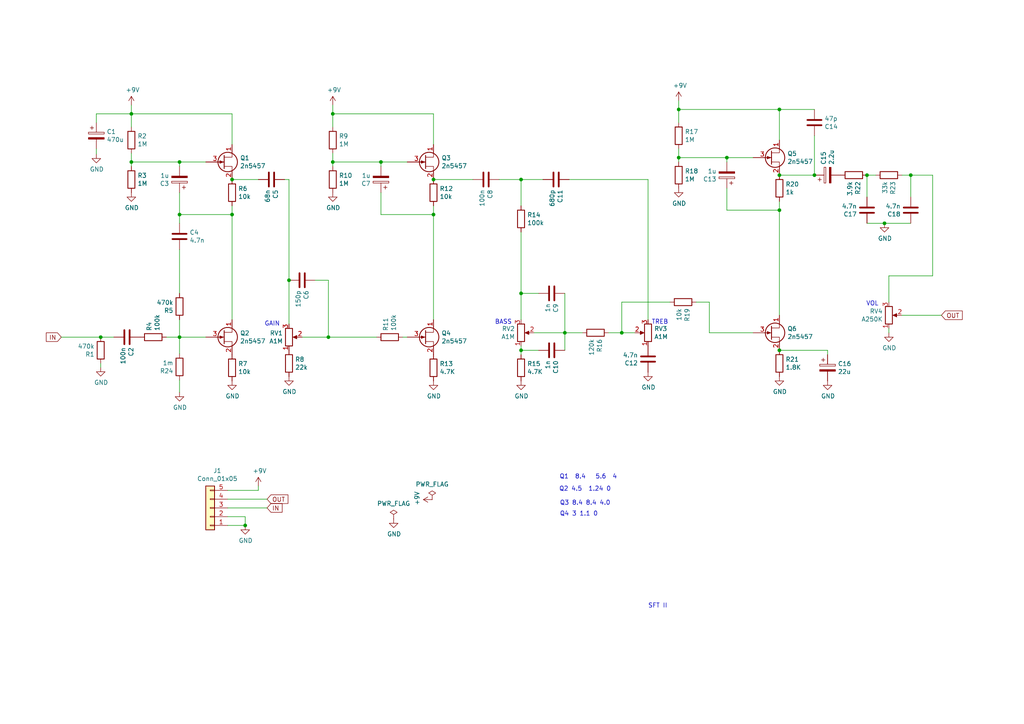
<source format=kicad_sch>
(kicad_sch (version 20230121) (generator eeschema)
  (paper "A4")
  (lib_symbols
    (symbol "Connector_Generic:Conn_01x05" (pin_names (offset 1.016) hide)
      (property "Reference" "J" (at 0 7.62 0))
      (property "Value" "Conn_01x05" (at 0 -7.62 0))
      (symbol "Conn_01x05_1_1"
        (rectangle (start -1.27 -4.953) (end 0 -5.207) (stroke (width 0.1524)))
        (rectangle (start -1.27 -2.413) (end 0 -2.667) (stroke (width 0.1524)))
        (rectangle (start -1.27 0.127) (end 0 -0.127) (stroke (width 0.1524)))
        (rectangle (start -1.27 2.667) (end 0 2.413) (stroke (width 0.1524)))
        (rectangle (start -1.27 5.207) (end 0 4.953) (stroke (width 0.1524)))
        (rectangle (start -1.27 6.35) (end 1.27 -6.35) (stroke (width 0.254)) (fill (type background)))
        (pin passive line (at -5.08 5.08 0) (length 3.81) (name "Pin_1") (number "1"))
        (pin passive line (at -5.08 2.54 0) (length 3.81) (name "Pin_2") (number "2"))
        (pin passive line (at -5.08 0 0) (length 3.81) (name "Pin_3") (number "3"))
        (pin passive line (at -5.08 -2.54 0) (length 3.81) (name "Pin_4") (number "4"))
        (pin passive line (at -5.08 -5.08 0) (length 3.81) (name "Pin_5") (number "5"))
      )
    )
    (symbol "Device:C" (pin_numbers hide) (pin_names (offset 0.254))
      (property "Reference" "C" (at 0.635 2.54 0))
      (property "Value" "C" (at 0.635 -2.54 0))
      (symbol "C_0_1"
        (polyline (pts (xy -2.032 -0.762) (xy 2.032 -0.762)) (stroke (width 0.508)))
        (polyline (pts (xy -2.032 0.762) (xy 2.032 0.762)) (stroke (width 0.508)))
      )
      (symbol "C_1_1"
        (pin passive line (at 0 3.81 270) (length 2.794) (name "~") (number "1"))
        (pin passive line (at 0 -3.81 90) (length 2.794) (name "~") (number "2"))
      )
    )
    (symbol "Device:CP" (pin_numbers hide) (pin_names (offset 0.254))
      (property "Reference" "C" (at 0.635 2.54 0))
      (property "Value" "Device_CP" (at 0.635 -2.54 0))
      (symbol "CP_0_1"
        (rectangle (start -2.286 0.508) (end 2.286 1.016))
        (polyline (pts (xy -1.778 2.286) (xy -0.762 2.286)))
        (polyline (pts (xy -1.27 2.794) (xy -1.27 1.778)))
        (rectangle (start 2.286 -0.508) (end -2.286 -1.016) (fill (type outline)))
      )
      (symbol "CP_1_1"
        (pin passive line (at 0 3.81 270) (length 2.794) (name "~") (number "1"))
        (pin passive line (at 0 -3.81 90) (length 2.794) (name "~") (number "2"))
      )
    )
    (symbol "Device:Q_NJFET_DSG" (pin_names (offset 0) hide)
      (property "Reference" "Q" (at 5.08 1.27 0))
      (property "Value" "Q_NJFET_DSG" (at 5.08 -1.27 0))
      (symbol "Q_NJFET_DSG_0_1"
        (polyline (pts (xy 0.254 1.905) (xy 0.254 -1.905) (xy 0.254 -1.905)) (stroke (width 0.254)))
        (polyline (pts (xy 2.54 -2.54) (xy 2.54 -1.27) (xy 0.254 -1.27)))
        (polyline (pts (xy 2.54 2.54) (xy 2.54 1.397) (xy 0.254 1.397)))
        (polyline (pts (xy 0 0) (xy -1.016 0.381) (xy -1.016 -0.381) (xy 0 0)) (fill (type outline)))
        (circle (center 1.27 0) (radius 2.8194) (stroke (width 0.254)))
      )
      (symbol "Q_NJFET_DSG_1_1"
        (pin passive line (at 2.54 5.08 270) (length 2.54) (name "D") (number "1"))
        (pin passive line (at 2.54 -5.08 90) (length 2.54) (name "S") (number "2"))
        (pin input line (at -5.08 0 0) (length 5.334) (name "G") (number "3"))
      )
    )
    (symbol "Device:R" (pin_numbers hide) (pin_names (offset 0))
      (property "Reference" "R" (at 2.032 0 90))
      (property "Value" "R" (at 0 0 90))
      (symbol "R_0_1"
        (rectangle (start -1.016 -2.54) (end 1.016 2.54) (stroke (width 0.254)))
      )
      (symbol "R_1_1"
        (pin passive line (at 0 3.81 270) (length 1.27) (name "~") (number "1"))
        (pin passive line (at 0 -3.81 90) (length 1.27) (name "~") (number "2"))
      )
    )
    (symbol "Device:R_POT" (pin_names (offset 1.016) hide)
      (property "Reference" "RV" (at -4.445 0 90))
      (property "Value" "Device_R_POT" (at -2.54 0 90))
      (symbol "R_POT_0_1"
        (polyline (pts (xy 2.54 0) (xy 1.524 0)))
        (polyline (pts (xy 1.143 0) (xy 2.286 0.508) (xy 2.286 -0.508) (xy 1.143 0)) (fill (type outline)))
        (rectangle (start 1.016 2.54) (end -1.016 -2.54) (stroke (width 0.254)))
      )
      (symbol "R_POT_1_1"
        (pin passive line (at 0 3.81 270) (length 1.27) (name "1") (number "1"))
        (pin passive line (at 3.81 0 180) (length 1.27) (name "2") (number "2"))
        (pin passive line (at 0 -3.81 90) (length 1.27) (name "3") (number "3"))
      )
    )
    (symbol "power:+9V" (power) (pin_names (offset 0))
      (property "Value" "+9V" (at 0 3.556 0))
      (symbol "+9V_0_1"
        (polyline (pts (xy -0.762 1.27) (xy 0 2.54)))
        (polyline (pts (xy 0 0) (xy 0 2.54)))
        (polyline (pts (xy 0 2.54) (xy 0.762 1.27)))
      )
      (symbol "+9V_1_1"
        (pin power_in line (at 0 0 90) (length 0) hide (name "+9V") (number "1"))
      )
    )
    (symbol "power:GND" (power) (pin_names (offset 0))
      (property "Value" "GND" (at 0 -3.81 0))
      (symbol "GND_0_1"
        (polyline (pts (xy 0 0) (xy 0 -1.27) (xy 1.27 -1.27) (xy 0 -2.54) (xy -1.27 -1.27) (xy 0 -1.27)))
      )
      (symbol "GND_1_1"
        (pin power_in line (at 0 0 270) (length 0) hide (name "GND") (number "1"))
      )
    )
    (symbol "power:PWR_FLAG" (power) (pin_numbers hide) (pin_names (offset 0) hide)
      (property "Value" "PWR_FLAG" (at 0 3.81 0))
      (symbol "PWR_FLAG_0_0"
        (pin power_out line (at 0 0 90) (length 0) (name "pwr") (number "1"))
      )
      (symbol "PWR_FLAG_0_1"
        (polyline (pts (xy 0 0) (xy 0 1.27) (xy -1.016 1.905) (xy 0 2.54) (xy 1.016 1.905) (xy 0 1.27)))
      )
    )
  )
  (junction (at 125.73 62.23))
  (junction (at 83.82 81.28))
  (junction (at 256.54 64.77))
  (junction (at 96.52 33.02))
  (junction (at 125.73 52.07))
  (junction (at 226.06 31.75))
  (junction (at 210.82 45.72))
  (junction (at 71.12 152.4))
  (junction (at 67.31 62.23))
  (junction (at 151.13 52.07))
  (junction (at 180.34 96.52))
  (junction (at 95.25 97.79))
  (junction (at 196.85 31.75))
  (junction (at 52.07 97.79))
  (junction (at 236.22 50.8))
  (junction (at 251.46 50.8))
  (junction (at 151.13 85.09))
  (junction (at 110.49 46.99))
  (junction (at 196.85 45.72))
  (junction (at 226.06 50.8))
  (junction (at 38.1 46.99))
  (junction (at 264.16 50.8))
  (junction (at 38.1 33.02))
  (junction (at 29.21 97.79))
  (junction (at 52.07 62.23))
  (junction (at 96.52 46.99))
  (junction (at 67.31 52.07))
  (junction (at 226.06 60.96))
  (junction (at 151.13 101.6))
  (junction (at 52.07 46.99))
  (junction (at 163.83 96.52))
  (junction (at 226.06 101.6))
  (wire (pts (xy 52.07 48.26) (xy 52.07 46.99)))
  (wire (pts (xy 180.34 96.52) (xy 180.34 87.63)))
  (wire (pts (xy 151.13 59.69) (xy 151.13 52.07)))
  (wire (pts (xy 110.49 46.99) (xy 96.52 46.99)))
  (wire (pts (xy 257.81 80.01) (xy 257.81 87.63)))
  (wire (pts (xy 196.85 45.72) (xy 196.85 43.18)))
  (wire (pts (xy 59.69 46.99) (xy 52.07 46.99)))
  (wire (pts (xy 163.83 96.52) (xy 163.83 85.09)))
  (wire (pts (xy 96.52 48.26) (xy 96.52 46.99)))
  (wire (pts (xy 125.73 33.02) (xy 96.52 33.02)))
  (wire (pts (xy 270.51 80.01) (xy 257.81 80.01)))
  (wire (pts (xy 17.78 97.79) (xy 29.21 97.79)))
  (wire (pts (xy 52.07 97.79) (xy 52.07 102.616)))
  (wire (pts (xy 110.49 62.23) (xy 110.49 55.88)))
  (wire (pts (xy 52.07 97.79) (xy 59.69 97.79)))
  (wire (pts (xy 27.94 35.56) (xy 27.94 33.02)))
  (wire (pts (xy 110.49 62.23) (xy 125.73 62.23)))
  (wire (pts (xy 264.16 57.15) (xy 264.16 50.8)))
  (wire (pts (xy 205.74 87.63) (xy 205.74 96.52)))
  (wire (pts (xy 187.96 92.71) (xy 187.96 52.07)))
  (wire (pts (xy 156.21 85.09) (xy 151.13 85.09)))
  (wire (pts (xy 74.93 142.24) (xy 74.93 140.97)))
  (wire (pts (xy 66.04 149.86) (xy 71.12 149.86)))
  (wire (pts (xy 52.07 85.09) (xy 52.07 72.39)))
  (wire (pts (xy 67.31 92.71) (xy 67.31 62.23)))
  (wire (pts (xy 48.26 97.79) (xy 52.07 97.79)))
  (wire (pts (xy 29.21 106.553) (xy 29.21 105.41)))
  (wire (pts (xy 83.82 81.28) (xy 83.82 52.07)))
  (wire (pts (xy 38.1 46.99) (xy 38.1 44.45)))
  (wire (pts (xy 125.73 41.91) (xy 125.73 33.02)))
  (wire (pts (xy 257.81 96.52) (xy 257.81 95.25)))
  (wire (pts (xy 151.13 92.71) (xy 151.13 85.09)))
  (wire (pts (xy 38.1 36.83) (xy 38.1 33.02)))
  (wire (pts (xy 125.73 59.69) (xy 125.73 62.23)))
  (wire (pts (xy 210.82 45.72) (xy 196.85 45.72)))
  (wire (pts (xy 151.13 101.6) (xy 151.13 100.33)))
  (wire (pts (xy 52.07 62.23) (xy 52.07 55.88)))
  (wire (pts (xy 270.51 50.8) (xy 270.51 80.01)))
  (wire (pts (xy 52.07 64.77) (xy 52.07 62.23)))
  (wire (pts (xy 151.13 102.87) (xy 151.13 101.6)))
  (wire (pts (xy 110.49 48.26) (xy 110.49 46.99)))
  (wire (pts (xy 156.21 101.6) (xy 151.13 101.6)))
  (wire (pts (xy 27.94 33.02) (xy 38.1 33.02)))
  (wire (pts (xy 154.94 96.52) (xy 163.83 96.52)))
  (wire (pts (xy 66.04 144.78) (xy 77.47 144.78)))
  (wire (pts (xy 210.82 60.96) (xy 210.82 54.61)))
  (wire (pts (xy 83.82 52.07) (xy 82.55 52.07)))
  (wire (pts (xy 210.82 46.99) (xy 210.82 45.72)))
  (wire (pts (xy 180.34 87.63) (xy 194.31 87.63)))
  (wire (pts (xy 196.85 46.99) (xy 196.85 45.72)))
  (wire (pts (xy 218.44 45.72) (xy 210.82 45.72)))
  (wire (pts (xy 240.03 101.6) (xy 240.03 102.87)))
  (wire (pts (xy 38.1 48.26) (xy 38.1 46.99)))
  (wire (pts (xy 187.96 52.07) (xy 165.1 52.07)))
  (wire (pts (xy 163.83 96.52) (xy 168.91 96.52)))
  (wire (pts (xy 251.46 57.15) (xy 251.46 50.8)))
  (wire (pts (xy 180.34 96.52) (xy 184.15 96.52)))
  (wire (pts (xy 261.62 91.44) (xy 273.05 91.44)))
  (wire (pts (xy 87.63 97.79) (xy 95.25 97.79)))
  (wire (pts (xy 96.52 46.99) (xy 96.52 44.45)))
  (wire (pts (xy 118.11 46.99) (xy 110.49 46.99)))
  (wire (pts (xy 116.84 97.79) (xy 118.11 97.79)))
  (wire (pts (xy 236.22 50.8) (xy 226.06 50.8)))
  (wire (pts (xy 38.1 33.02) (xy 38.1 30.48)))
  (wire (pts (xy 95.25 81.28) (xy 95.25 97.79)))
  (wire (pts (xy 264.16 50.8) (xy 261.62 50.8)))
  (wire (pts (xy 125.73 52.07) (xy 137.16 52.07)))
  (wire (pts (xy 264.16 50.8) (xy 270.51 50.8)))
  (wire (pts (xy 201.93 87.63) (xy 205.74 87.63)))
  (wire (pts (xy 251.46 64.77) (xy 256.54 64.77)))
  (wire (pts (xy 196.85 35.56) (xy 196.85 31.75)))
  (wire (pts (xy 236.22 39.37) (xy 236.22 50.8)))
  (wire (pts (xy 144.78 52.07) (xy 151.13 52.07)))
  (wire (pts (xy 29.21 97.79) (xy 33.02 97.79)))
  (wire (pts (xy 71.12 149.86) (xy 71.12 152.4)))
  (wire (pts (xy 67.31 62.23) (xy 67.31 59.69)))
  (wire (pts (xy 163.83 101.6) (xy 163.83 96.52)))
  (wire (pts (xy 83.82 93.98) (xy 83.82 81.28)))
  (wire (pts (xy 52.07 113.792) (xy 52.07 110.236)))
  (wire (pts (xy 95.25 81.28) (xy 91.44 81.28)))
  (wire (pts (xy 52.07 92.71) (xy 52.07 97.79)))
  (wire (pts (xy 205.74 96.52) (xy 218.44 96.52)))
  (wire (pts (xy 66.04 142.24) (xy 74.93 142.24)))
  (wire (pts (xy 196.85 31.75) (xy 196.85 29.21)))
  (wire (pts (xy 226.06 31.75) (xy 196.85 31.75)))
  (wire (pts (xy 27.94 44.704) (xy 27.94 43.18)))
  (wire (pts (xy 96.52 36.83) (xy 96.52 33.02)))
  (wire (pts (xy 67.31 33.02) (xy 38.1 33.02)))
  (wire (pts (xy 176.53 96.52) (xy 180.34 96.52)))
  (wire (pts (xy 226.06 58.42) (xy 226.06 60.96)))
  (wire (pts (xy 52.07 46.99) (xy 38.1 46.99)))
  (wire (pts (xy 95.25 97.79) (xy 109.22 97.79)))
  (wire (pts (xy 210.82 60.96) (xy 226.06 60.96)))
  (wire (pts (xy 52.07 62.23) (xy 67.31 62.23)))
  (wire (pts (xy 256.54 64.77) (xy 264.16 64.77)))
  (wire (pts (xy 226.06 101.6) (xy 240.03 101.6)))
  (wire (pts (xy 67.31 52.07) (xy 74.93 52.07)))
  (wire (pts (xy 226.06 31.75) (xy 236.22 31.75)))
  (wire (pts (xy 226.06 40.64) (xy 226.06 31.75)))
  (wire (pts (xy 151.13 85.09) (xy 151.13 67.31)))
  (wire (pts (xy 67.31 41.91) (xy 67.31 33.02)))
  (wire (pts (xy 251.46 50.8) (xy 254 50.8)))
  (wire (pts (xy 226.06 60.96) (xy 226.06 91.44)))
  (wire (pts (xy 151.13 52.07) (xy 157.48 52.07)))
  (wire (pts (xy 125.73 62.23) (xy 125.73 92.71)))
  (wire (pts (xy 66.04 147.32) (xy 77.47 147.32)))
  (wire (pts (xy 66.04 152.4) (xy 71.12 152.4)))
  (wire (pts (xy 96.52 33.02) (xy 96.52 30.48)))
  (text "Q4 3 1.1 0" (at 162.3568 149.86 0) (effects (font (size 1.27 1.27)) (justify left bottom)))
  (text "Q1  8.4   5.6  4\n" (at 162.2552 139.0904 0) (effects (font (size 1.27 1.27)) (justify left bottom)))
  (text "BASS" (at 143.51 94.234 0) (effects (font (size 1.27 1.27)) (justify left bottom)))
  (text "TREB\n" (at 188.976 94.234 0) (effects (font (size 1.27 1.27)) (justify left bottom)))
  (text "Q2 4.5  1.24 0\n" (at 162.1536 142.6464 0) (effects (font (size 1.27 1.27)) (justify left bottom)))
  (text "Q3 8.4 8.4 4.0\n" (at 162.3568 146.7104 0) (effects (font (size 1.27 1.27)) (justify left bottom)))
  (text "GAIN" (at 76.708 94.742 0) (effects (font (size 1.27 1.27)) (justify left bottom)))
  (text "SFT II\n" (at 187.96 176.53 0) (effects (font (size 1.27 1.27)) (justify left bottom)))
  (text "VOL\n" (at 251.206 88.9 0) (effects (font (size 1.27 1.27)) (justify left bottom)))
  (global_label "OUT" (shape input) (at 273.05 91.44 0) (property "Intersheetrefs" "${INTERSHEET_REFS}" (effects hide)))
  (global_label "IN" (shape input) (at 77.47 147.32 0) (property "Intersheetrefs" "${INTERSHEET_REFS}" (effects hide)))
  (global_label "IN" (shape input) (at 17.78 97.79 180) (property "Intersheetrefs" "${INTERSHEET_REFS}" (effects hide)))
  (global_label "OUT" (shape input) (at 77.47 144.78 0) (property "Intersheetrefs" "${INTERSHEET_REFS}" (effects hide)))
  (symbol (lib_id "Device:R") (at 29.21 101.6 180) (unit 1)
    (property "Reference" "R1" (at 27.432 102.7684 0) (effects (justify left)))
    (property "Value" "470k" (at 27.432 100.457 0) (effects (justify left)))
    (property "Footprint" "Resistor_THT:R_Axial_DIN0207_L6.3mm_D2.5mm_P10.16mm_Horizontal" (effects hide))
  )
  (symbol (lib_id "Device:C") (at 36.83 97.79 270) (unit 1)
    (property "Reference" "C2" (at 37.9984 100.711 0) (effects (justify left)))
    (property "Value" "100n" (at 35.687 100.711 0) (effects (justify left)))
    (property "Footprint" "Capacitor_THT:C_Rect_L7.0mm_W3.5mm_P5.00mm" (effects hide))
  )
  (symbol (lib_id "power:GND") (at 29.21 106.553 0) (unit 1)
    (property "Reference" "#PWR02" (effects hide))
    (property "Value" "GND" (at 29.337 110.9472 0))
  )
  (symbol (lib_id "Device:R") (at 44.45 97.79 90) (unit 1)
    (property "Reference" "R4" (at 43.2816 96.012 0) (effects (justify left)))
    (property "Value" "100k" (at 45.593 96.012 0) (effects (justify left)))
    (property "Footprint" "Resistor_THT:R_Axial_DIN0207_L6.3mm_D2.5mm_P10.16mm_Horizontal" (effects hide))
  )
  (symbol (lib_id "Device:R") (at 38.1 40.64 0) (unit 1)
    (property "Reference" "R2" (at 39.878 39.4716 0) (effects (justify left)))
    (property "Value" "1M" (at 39.878 41.783 0) (effects (justify left)))
    (property "Footprint" "Resistor_THT:R_Axial_DIN0207_L6.3mm_D2.5mm_P10.16mm_Horizontal" (effects hide))
  )
  (symbol (lib_id "Device:R") (at 38.1 52.07 0) (unit 1)
    (property "Reference" "R3" (at 39.878 50.9016 0) (effects (justify left)))
    (property "Value" "1M" (at 39.878 53.213 0) (effects (justify left)))
    (property "Footprint" "Resistor_THT:R_Axial_DIN0207_L6.3mm_D2.5mm_P10.16mm_Horizontal" (effects hide))
  )
  (symbol (lib_id "power:GND") (at 38.1 55.88 0) (unit 1)
    (property "Reference" "#PWR04" (effects hide))
    (property "Value" "GND" (at 38.227 60.2742 0))
  )
  (symbol (lib_id "power:+9V") (at 38.1 30.48 0) (unit 1)
    (property "Reference" "#PWR03" (effects hide))
    (property "Value" "+9V" (at 38.481 26.0858 0))
  )
  (symbol (lib_id "Device:R") (at 52.07 88.9 180) (unit 1)
    (property "Reference" "R5" (at 50.292 90.0684 0) (effects (justify left)))
    (property "Value" "470k" (at 50.292 87.757 0) (effects (justify left)))
    (property "Footprint" "Resistor_THT:R_Axial_DIN0207_L6.3mm_D2.5mm_P10.16mm_Horizontal" (effects hide))
  )
  (symbol (lib_id "Device:Q_NJFET_DSG") (at 64.77 46.99 0) (unit 1)
    (property "Reference" "Q1" (at 69.6214 45.8216 0) (effects (justify left)))
    (property "Value" "2n5457" (at 69.6214 48.133 0) (effects (justify left)))
    (property "Footprint" "Package_TO_SOT_THT:TO-92_HandSolder" (effects hide))
  )
  (symbol (lib_id "Device:CP") (at 52.07 52.07 180) (unit 1)
    (property "Reference" "C3" (at 49.0728 53.2384 0) (effects (justify left)))
    (property "Value" "1u" (at 49.0728 50.927 0) (effects (justify left)))
    (property "Footprint" "Capacitor_THT:CP_Radial_D4.0mm_P2.00mm" (effects hide))
  )
  (symbol (lib_id "Device:R") (at 67.31 55.88 0) (unit 1)
    (property "Reference" "R6" (at 69.088 54.7116 0) (effects (justify left)))
    (property "Value" "10k" (at 69.088 57.023 0) (effects (justify left)))
    (property "Footprint" "Resistor_THT:R_Axial_DIN0207_L6.3mm_D2.5mm_P10.16mm_Horizontal" (effects hide))
  )
  (symbol (lib_id "Device:Q_NJFET_DSG") (at 64.77 97.79 0) (unit 1)
    (property "Reference" "Q2" (at 69.6214 96.6216 0) (effects (justify left)))
    (property "Value" "2n5457" (at 69.6214 98.933 0) (effects (justify left)))
    (property "Footprint" "Package_TO_SOT_THT:TO-92_HandSolder" (effects hide))
  )
  (symbol (lib_id "Device:R") (at 67.31 106.68 0) (unit 1)
    (property "Reference" "R7" (at 69.088 105.5116 0) (effects (justify left)))
    (property "Value" "10k" (at 69.088 107.823 0) (effects (justify left)))
    (property "Footprint" "Resistor_THT:R_Axial_DIN0207_L6.3mm_D2.5mm_P10.16mm_Horizontal" (effects hide))
  )
  (symbol (lib_id "power:GND") (at 67.31 110.49 0) (unit 1)
    (property "Reference" "#PWR05" (effects hide))
    (property "Value" "GND" (at 67.437 114.8842 0))
  )
  (symbol (lib_id "Device:C") (at 52.07 68.58 0) (unit 1)
    (property "Reference" "C4" (at 54.991 67.4116 0) (effects (justify left)))
    (property "Value" "4.7n" (at 54.991 69.723 0) (effects (justify left)))
    (property "Footprint" "Capacitor_THT:C_Rect_L7.0mm_W3.5mm_P5.00mm" (effects hide))
  )
  (symbol (lib_id "Device:C") (at 78.74 52.07 270) (unit 1)
    (property "Reference" "C5" (at 79.9084 54.991 0) (effects (justify left)))
    (property "Value" "68n" (at 77.597 54.991 0) (effects (justify left)))
    (property "Footprint" "Capacitor_THT:C_Rect_L7.0mm_W3.5mm_P5.00mm" (effects hide))
  )
  (symbol (lib_id "Device:C") (at 87.63 81.28 270) (unit 1)
    (property "Reference" "C6" (at 88.7984 84.201 0) (effects (justify left)))
    (property "Value" "150p" (at 86.487 84.201 0) (effects (justify left)))
    (property "Footprint" "Capacitor_THT:C_Disc_D5.1mm_W3.2mm_P5.00mm" (effects hide))
  )
  (symbol (lib_id "Device:R") (at 83.82 105.41 0) (unit 1)
    (property "Reference" "R8" (at 85.598 104.2416 0) (effects (justify left)))
    (property "Value" "22k" (at 85.598 106.553 0) (effects (justify left)))
    (property "Footprint" "Resistor_THT:R_Axial_DIN0207_L6.3mm_D2.5mm_P10.16mm_Horizontal" (effects hide))
  )
  (symbol (lib_id "power:GND") (at 83.82 109.22 0) (unit 1)
    (property "Reference" "#PWR08" (effects hide))
    (property "Value" "GND" (at 83.947 113.6142 0))
  )
  (symbol (lib_id "Device:R") (at 96.52 40.64 0) (unit 1)
    (property "Reference" "R9" (at 98.298 39.4716 0) (effects (justify left)))
    (property "Value" "1M" (at 98.298 41.783 0) (effects (justify left)))
    (property "Footprint" "Resistor_THT:R_Axial_DIN0207_L6.3mm_D2.5mm_P10.16mm_Horizontal" (effects hide))
  )
  (symbol (lib_id "Device:R") (at 96.52 52.07 0) (unit 1)
    (property "Reference" "R10" (at 98.298 50.9016 0) (effects (justify left)))
    (property "Value" "1M" (at 98.298 53.213 0) (effects (justify left)))
    (property "Footprint" "Resistor_THT:R_Axial_DIN0207_L6.3mm_D2.5mm_P10.16mm_Horizontal" (effects hide))
  )
  (symbol (lib_id "power:GND") (at 96.52 55.88 0) (unit 1)
    (property "Reference" "#PWR010" (effects hide))
    (property "Value" "GND" (at 96.647 60.2742 0))
  )
  (symbol (lib_id "power:+9V") (at 96.52 30.48 0) (unit 1)
    (property "Reference" "#PWR09" (effects hide))
    (property "Value" "+9V" (at 96.901 26.0858 0))
  )
  (symbol (lib_id "Device:Q_NJFET_DSG") (at 123.19 46.99 0) (unit 1)
    (property "Reference" "Q3" (at 128.0414 45.8216 0) (effects (justify left)))
    (property "Value" "2n5457" (at 128.0414 48.133 0) (effects (justify left)))
    (property "Footprint" "Package_TO_SOT_THT:TO-92_HandSolder" (effects hide))
  )
  (symbol (lib_id "Device:CP") (at 110.49 52.07 180) (unit 1)
    (property "Reference" "C7" (at 107.4928 53.2384 0) (effects (justify left)))
    (property "Value" "1u" (at 107.4928 50.927 0) (effects (justify left)))
    (property "Footprint" "Capacitor_THT:CP_Radial_D4.0mm_P2.00mm" (effects hide))
  )
  (symbol (lib_id "Device:R") (at 125.73 55.88 0) (unit 1)
    (property "Reference" "R12" (at 127.508 54.7116 0) (effects (justify left)))
    (property "Value" "10k" (at 127.508 57.023 0) (effects (justify left)))
    (property "Footprint" "Resistor_THT:R_Axial_DIN0207_L6.3mm_D2.5mm_P10.16mm_Horizontal" (effects hide))
  )
  (symbol (lib_id "Device:Q_NJFET_DSG") (at 123.19 97.79 0) (unit 1)
    (property "Reference" "Q4" (at 128.0414 96.6216 0) (effects (justify left)))
    (property "Value" "2n5457" (at 128.0414 98.933 0) (effects (justify left)))
    (property "Footprint" "Package_TO_SOT_THT:TO-92_HandSolder" (effects hide))
  )
  (symbol (lib_id "Device:R") (at 125.73 106.68 0) (unit 1)
    (property "Reference" "R13" (at 127.508 105.5116 0) (effects (justify left)))
    (property "Value" "4.7K" (at 127.508 107.823 0) (effects (justify left)))
    (property "Footprint" "Resistor_THT:R_Axial_DIN0207_L6.3mm_D2.5mm_P10.16mm_Horizontal" (effects hide))
  )
  (symbol (lib_id "power:GND") (at 125.73 110.49 0) (unit 1)
    (property "Reference" "#PWR011" (effects hide))
    (property "Value" "GND" (at 125.857 114.8842 0))
  )
  (symbol (lib_id "Device:R") (at 113.03 97.79 90) (unit 1)
    (property "Reference" "R11" (at 111.8616 96.012 0) (effects (justify left)))
    (property "Value" "100k" (at 114.173 96.012 0) (effects (justify left)))
    (property "Footprint" "Resistor_THT:R_Axial_DIN0207_L6.3mm_D2.5mm_P10.16mm_Horizontal" (effects hide))
  )
  (symbol (lib_id "Device:R_POT") (at 83.82 97.79 0) (mirror x) (unit 1)
    (property "Reference" "RV1" (at 82.042 96.6216 0) (effects (justify right)))
    (property "Value" "A1M" (at 82.042 98.933 0) (effects (justify right)))
    (property "Footprint" "pedals:Pot_Underside" (effects hide))
  )
  (symbol (lib_id "Device:C") (at 140.97 52.07 270) (unit 1)
    (property "Reference" "C8" (at 142.1384 54.991 0) (effects (justify left)))
    (property "Value" "100n" (at 139.827 54.991 0) (effects (justify left)))
    (property "Footprint" "Capacitor_THT:C_Rect_L7.0mm_W3.5mm_P5.00mm" (effects hide))
  )
  (symbol (lib_id "Device:C") (at 161.29 52.07 270) (unit 1)
    (property "Reference" "C11" (at 162.4584 54.991 0) (effects (justify left)))
    (property "Value" "680p" (at 160.147 54.991 0) (effects (justify left)))
    (property "Footprint" "Capacitor_THT:C_Disc_D5.0mm_W2.5mm_P5.00mm" (effects hide))
  )
  (symbol (lib_id "Device:R") (at 151.13 63.5 0) (unit 1)
    (property "Reference" "R14" (at 152.908 62.3316 0) (effects (justify left)))
    (property "Value" "100k" (at 152.908 64.643 0) (effects (justify left)))
    (property "Footprint" "Resistor_THT:R_Axial_DIN0207_L6.3mm_D2.5mm_P10.16mm_Horizontal" (effects hide))
  )
  (symbol (lib_id "Device:R_POT") (at 151.13 96.52 0) (mirror x) (unit 1)
    (property "Reference" "RV2" (at 149.352 95.3516 0) (effects (justify right)))
    (property "Value" "A1M" (at 149.352 97.663 0) (effects (justify right)))
    (property "Footprint" "pedals:Pot_Underside" (effects hide))
  )
  (symbol (lib_id "Device:R") (at 151.13 106.68 0) (unit 1)
    (property "Reference" "R15" (at 152.908 105.5116 0) (effects (justify left)))
    (property "Value" "4.7K" (at 152.908 107.823 0) (effects (justify left)))
    (property "Footprint" "Resistor_THT:R_Axial_DIN0207_L6.3mm_D2.5mm_P10.16mm_Horizontal" (effects hide))
  )
  (symbol (lib_id "power:GND") (at 151.13 110.49 0) (unit 1)
    (property "Reference" "#PWR012" (effects hide))
    (property "Value" "GND" (at 151.257 114.8842 0))
  )
  (symbol (lib_id "Device:C") (at 160.02 85.09 270) (unit 1)
    (property "Reference" "C9" (at 161.1884 88.011 0) (effects (justify left)))
    (property "Value" "1n" (at 158.877 88.011 0) (effects (justify left)))
    (property "Footprint" "Capacitor_THT:C_Rect_L7.0mm_W3.5mm_P5.00mm" (effects hide))
  )
  (symbol (lib_id "Device:C") (at 160.02 101.6 270) (unit 1)
    (property "Reference" "C10" (at 161.1884 104.521 0) (effects (justify left)))
    (property "Value" "1n" (at 158.877 104.521 0) (effects (justify left)))
    (property "Footprint" "Capacitor_THT:C_Rect_L7.0mm_W3.5mm_P5.00mm" (effects hide))
  )
  (symbol (lib_id "Device:R") (at 172.72 96.52 270) (unit 1)
    (property "Reference" "R16" (at 173.8884 98.298 0) (effects (justify left)))
    (property "Value" "120k" (at 171.577 98.298 0) (effects (justify left)))
    (property "Footprint" "Resistor_THT:R_Axial_DIN0207_L6.3mm_D2.5mm_P10.16mm_Horizontal" (effects hide))
  )
  (symbol (lib_id "Device:R_POT") (at 187.96 96.52 180) (unit 1)
    (property "Reference" "RV3" (at 189.738 95.3516 0) (effects (justify right)))
    (property "Value" "A1M" (at 189.738 97.663 0) (effects (justify right)))
    (property "Footprint" "pedals:Pot_Underside" (effects hide))
  )
  (symbol (lib_id "Device:C") (at 187.96 104.14 180) (unit 1)
    (property "Reference" "C12" (at 185.039 105.3084 0) (effects (justify left)))
    (property "Value" "4.7n" (at 185.039 102.997 0) (effects (justify left)))
    (property "Footprint" "Capacitor_THT:C_Rect_L7.0mm_W3.5mm_P5.00mm" (effects hide))
  )
  (symbol (lib_id "power:GND") (at 187.96 107.95 0) (unit 1)
    (property "Reference" "#PWR013" (effects hide))
    (property "Value" "GND" (at 188.087 112.3442 0))
  )
  (symbol (lib_id "Device:R") (at 196.85 39.37 0) (unit 1)
    (property "Reference" "R17" (at 198.628 38.2016 0) (effects (justify left)))
    (property "Value" "1M" (at 198.628 40.513 0) (effects (justify left)))
    (property "Footprint" "Resistor_THT:R_Axial_DIN0207_L6.3mm_D2.5mm_P10.16mm_Horizontal" (effects hide))
  )
  (symbol (lib_id "Device:R") (at 196.85 50.8 0) (unit 1)
    (property "Reference" "R18" (at 198.628 49.6316 0) (effects (justify left)))
    (property "Value" "1M" (at 198.628 51.943 0) (effects (justify left)))
    (property "Footprint" "Resistor_THT:R_Axial_DIN0207_L6.3mm_D2.5mm_P10.16mm_Horizontal" (effects hide))
  )
  (symbol (lib_id "power:GND") (at 196.85 54.61 0) (unit 1)
    (property "Reference" "#PWR015" (effects hide))
    (property "Value" "GND" (at 196.977 59.0042 0))
  )
  (symbol (lib_id "power:+9V") (at 196.85 29.21 0) (unit 1)
    (property "Reference" "#PWR014" (effects hide))
    (property "Value" "+9V" (at 197.231 24.8158 0))
  )
  (symbol (lib_id "Device:Q_NJFET_DSG") (at 223.52 45.72 0) (unit 1)
    (property "Reference" "Q5" (at 228.3714 44.5516 0) (effects (justify left)))
    (property "Value" "2n5457" (at 228.3714 46.863 0) (effects (justify left)))
    (property "Footprint" "Package_TO_SOT_THT:TO-92_HandSolder" (effects hide))
  )
  (symbol (lib_id "Device:CP") (at 210.82 50.8 180) (unit 1)
    (property "Reference" "C13" (at 207.8228 51.9684 0) (effects (justify left)))
    (property "Value" "1u" (at 207.8228 49.657 0) (effects (justify left)))
    (property "Footprint" "Capacitor_THT:CP_Radial_D4.0mm_P2.00mm" (effects hide))
  )
  (symbol (lib_id "Device:R") (at 226.06 54.61 0) (unit 1)
    (property "Reference" "R20" (at 227.838 53.4416 0) (effects (justify left)))
    (property "Value" "1k" (at 227.838 55.753 0) (effects (justify left)))
    (property "Footprint" "Resistor_THT:R_Axial_DIN0207_L6.3mm_D2.5mm_P10.16mm_Horizontal" (effects hide))
  )
  (symbol (lib_id "Device:Q_NJFET_DSG") (at 223.52 96.52 0) (unit 1)
    (property "Reference" "Q6" (at 228.3714 95.3516 0) (effects (justify left)))
    (property "Value" "2n5457" (at 228.3714 97.663 0) (effects (justify left)))
    (property "Footprint" "Package_TO_SOT_THT:TO-92_HandSolder" (effects hide))
  )
  (symbol (lib_id "Device:R") (at 226.06 105.41 0) (unit 1)
    (property "Reference" "R21" (at 227.838 104.2416 0) (effects (justify left)))
    (property "Value" "1.8K" (at 227.838 106.553 0) (effects (justify left)))
    (property "Footprint" "Resistor_THT:R_Axial_DIN0207_L6.3mm_D2.5mm_P10.16mm_Horizontal" (effects hide))
  )
  (symbol (lib_id "power:GND") (at 226.06 109.22 0) (unit 1)
    (property "Reference" "#PWR016" (effects hide))
    (property "Value" "GND" (at 226.187 113.6142 0))
  )
  (symbol (lib_id "Device:R") (at 198.12 87.63 270) (unit 1)
    (property "Reference" "R19" (at 199.2884 89.408 0) (effects (justify left)))
    (property "Value" "10k" (at 196.977 89.408 0) (effects (justify left)))
    (property "Footprint" "Resistor_THT:R_Axial_DIN0207_L6.3mm_D2.5mm_P10.16mm_Horizontal" (effects hide))
  )
  (symbol (lib_id "Device:CP") (at 27.94 39.37 0) (unit 1)
    (property "Reference" "C1" (at 30.9372 38.2016 0) (effects (justify left)))
    (property "Value" "470u" (at 30.9372 40.513 0) (effects (justify left)))
    (property "Footprint" "Capacitor_THT:CP_Radial_D8.0mm_P3.50mm" (effects hide))
  )
  (symbol (lib_id "power:GND") (at 27.94 44.704 0) (unit 1)
    (property "Reference" "#PWR01" (effects hide))
    (property "Value" "GND" (at 28.067 49.0982 0))
  )
  (symbol (lib_id "Device:CP") (at 240.03 50.8 90) (unit 1)
    (property "Reference" "C15" (at 238.8616 47.8028 0) (effects (justify left)))
    (property "Value" "2.2u" (at 241.173 47.8028 0) (effects (justify left)))
    (property "Footprint" "Capacitor_THT:CP_Radial_D4.0mm_P2.00mm" (effects hide))
  )
  (symbol (lib_id "Device:R") (at 247.65 50.8 270) (unit 1)
    (property "Reference" "R22" (at 248.8184 52.578 0) (effects (justify left)))
    (property "Value" "3.9k" (at 246.507 52.578 0) (effects (justify left)))
    (property "Footprint" "Resistor_THT:R_Axial_DIN0207_L6.3mm_D2.5mm_P10.16mm_Horizontal" (effects hide))
  )
  (symbol (lib_id "Device:C") (at 251.46 60.96 180) (unit 1)
    (property "Reference" "C17" (at 248.539 62.1284 0) (effects (justify left)))
    (property "Value" "4.7n" (at 248.539 59.817 0) (effects (justify left)))
    (property "Footprint" "Capacitor_THT:C_Rect_L7.0mm_W3.5mm_P5.00mm" (effects hide))
  )
  (symbol (lib_id "power:GND") (at 256.54 64.77 0) (unit 1)
    (property "Reference" "#PWR018" (effects hide))
    (property "Value" "GND" (at 256.667 69.1642 0))
  )
  (symbol (lib_id "Device:R") (at 257.81 50.8 270) (unit 1)
    (property "Reference" "R23" (at 258.9784 52.578 0) (effects (justify left)))
    (property "Value" "33k" (at 256.667 52.578 0) (effects (justify left)))
    (property "Footprint" "Resistor_THT:R_Axial_DIN0207_L6.3mm_D2.5mm_P10.16mm_Horizontal" (effects hide))
  )
  (symbol (lib_id "Device:C") (at 264.16 60.96 180) (unit 1)
    (property "Reference" "C18" (at 261.239 62.1284 0) (effects (justify left)))
    (property "Value" "4.7n" (at 261.239 59.817 0) (effects (justify left)))
    (property "Footprint" "Capacitor_THT:C_Rect_L7.0mm_W3.5mm_P5.00mm" (effects hide))
  )
  (symbol (lib_id "Device:R_POT") (at 257.81 91.44 0) (mirror x) (unit 1)
    (property "Reference" "RV4" (at 256.032 90.2716 0) (effects (justify right)))
    (property "Value" "A250K" (at 256.032 92.583 0) (effects (justify right)))
    (property "Footprint" "pedals:Pot_Underside" (effects hide))
  )
  (symbol (lib_id "power:GND") (at 257.81 96.52 0) (unit 1)
    (property "Reference" "#PWR019" (effects hide))
    (property "Value" "GND" (at 257.937 100.9142 0))
  )
  (symbol (lib_id "Device:C") (at 236.22 35.56 0) (mirror x) (unit 1)
    (property "Reference" "C14" (at 239.141 36.7284 0) (effects (justify left)))
    (property "Value" "47p" (at 239.141 34.417 0) (effects (justify left)))
    (property "Footprint" "Capacitor_THT:C_Disc_D5.1mm_W3.2mm_P5.00mm" (effects hide))
  )
  (symbol (lib_id "Device:CP") (at 240.03 106.68 0) (unit 1)
    (property "Reference" "C16" (at 243.0272 105.5116 0) (effects (justify left)))
    (property "Value" "22u" (at 243.0272 107.823 0) (effects (justify left)))
    (property "Footprint" "Capacitor_THT:CP_Radial_D5.0mm_P2.00mm" (effects hide))
  )
  (symbol (lib_id "power:GND") (at 240.03 110.49 0) (unit 1)
    (property "Reference" "#PWR017" (effects hide))
    (property "Value" "GND" (at 240.157 114.8842 0))
  )
  (symbol (lib_id "Connector_Generic:Conn_01x05") (at 60.96 147.32 180) (unit 1)
    (property "Reference" "J1" (at 63.0428 136.525 0))
    (property "Value" "Conn_01x05" (at 63.0428 138.8364 0))
    (property "Footprint" "Connector_PinHeader_2.54mm:PinHeader_1x05_P2.54mm_Vertical" (effects hide))
  )
  (symbol (lib_id "power:GND") (at 71.12 152.4 0) (unit 1)
    (property "Reference" "#PWR06" (effects hide))
    (property "Value" "GND" (at 71.247 156.7942 0))
  )
  (symbol (lib_id "power:+9V") (at 74.93 140.97 0) (unit 1)
    (property "Reference" "#PWR07" (effects hide))
    (property "Value" "+9V" (at 75.311 136.5758 0))
  )
  (symbol (lib_id "power:PWR_FLAG") (at 125.349 144.907 0) (unit 1)
    (property "Reference" "#FLG02" (effects hide))
    (property "Value" "PWR_FLAG" (at 125.349 140.462 0))
  )
  (symbol (lib_id "power:GND") (at 114.173 150.495 0) (unit 1)
    (property "Reference" "#PWR021" (effects hide))
    (property "Value" "GND" (at 114.3 154.8892 0))
  )
  (symbol (lib_id "power:GND") (at 52.07 113.792 0) (unit 1)
    (property "Reference" "#PWR020" (effects hide))
    (property "Value" "GND" (at 52.197 118.1862 0))
  )
  (symbol (lib_id "power:+9V") (at 125.349 144.907 90) (unit 1)
    (property "Reference" "#PWR022" (effects hide))
    (property "Value" "+9V" (at 120.9548 144.526 0))
  )
  (symbol (lib_id "Device:R") (at 52.07 106.426 180) (unit 1)
    (property "Reference" "R24" (at 50.292 107.5944 0) (effects (justify left)))
    (property "Value" "1m" (at 50.292 105.283 0) (effects (justify left)))
    (property "Footprint" "Resistor_THT:R_Axial_DIN0207_L6.3mm_D2.5mm_P10.16mm_Horizontal" (effects hide))
  )
  (symbol (lib_id "power:PWR_FLAG") (at 114.173 150.495 0) (unit 1)
    (property "Reference" "#FLG01" (effects hide))
    (property "Value" "PWR_FLAG" (at 114.173 146.05 0))
  )
)
</source>
